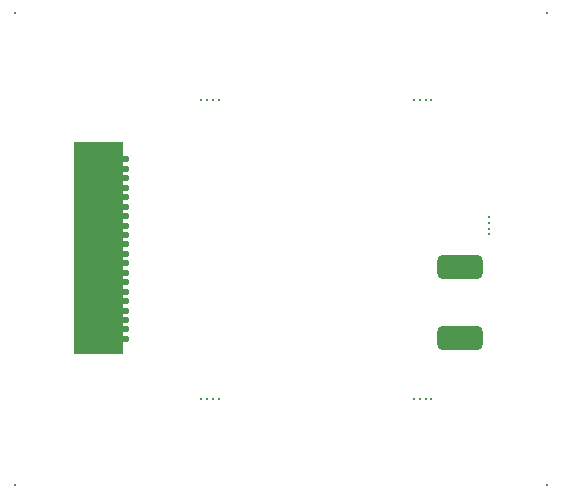
<source format=gbr>
%TF.GenerationSoftware,Altium Limited,Altium Designer,24.8.2 (39)*%
G04 Layer_Color=16711935*
%FSLAX45Y45*%
%MOMM*%
%TF.SameCoordinates,B03309B8-0E9A-45A2-8570-9956D1A1A338*%
%TF.FilePolarity,Negative*%
%TF.FileFunction,Soldermask,Bot*%
%TF.Part,CustomerPanel*%
G01*
G75*
%TA.AperFunction,ConnectorPad*%
G04:AMPARAMS|DCode=57|XSize=2.1mm|YSize=3.9mm|CornerRadius=0.55mm|HoleSize=0mm|Usage=FLASHONLY|Rotation=270.000|XOffset=0mm|YOffset=0mm|HoleType=Round|Shape=RoundedRectangle|*
%AMROUNDEDRECTD57*
21,1,2.10000,2.80000,0,0,270.0*
21,1,1.00000,3.90000,0,0,270.0*
1,1,1.10000,-1.40000,-0.50000*
1,1,1.10000,-1.40000,0.50000*
1,1,1.10000,1.40000,0.50000*
1,1,1.10000,1.40000,-0.50000*
%
%ADD57ROUNDEDRECTD57*%
%TA.AperFunction,SMDPad,CuDef*%
G04:AMPARAMS|DCode=58|XSize=3.28mm|YSize=0.58mm|CornerRadius=0.165mm|HoleSize=0mm|Usage=FLASHONLY|Rotation=0.000|XOffset=0mm|YOffset=0mm|HoleType=Round|Shape=RoundedRectangle|*
%AMROUNDEDRECTD58*
21,1,3.28000,0.25000,0,0,0.0*
21,1,2.95000,0.58000,0,0,0.0*
1,1,0.33000,1.47500,-0.12500*
1,1,0.33000,-1.47500,-0.12500*
1,1,0.33000,-1.47500,0.12500*
1,1,0.33000,1.47500,0.12500*
%
%ADD58ROUNDEDRECTD58*%
%TA.AperFunction,WasherPad*%
G04:AMPARAMS|DCode=59|XSize=0.2032mm|YSize=0.2032mm|CornerRadius=0mm|HoleSize=0mm|Usage=FLASHONLY|Rotation=180.000|XOffset=0mm|YOffset=0mm|HoleType=Round|Shape=RoundedRectangle|*
%AMROUNDEDRECTD59*
21,1,0.20320,0.20320,0,0,180.0*
21,1,0.20320,0.20320,0,0,180.0*
1,1,0.00000,-0.10160,0.10160*
1,1,0.00000,0.10160,0.10160*
1,1,0.00000,0.10160,-0.10160*
1,1,0.00000,-0.10160,-0.10160*
%
%ADD59ROUNDEDRECTD59*%
G04:AMPARAMS|DCode=60|XSize=0.2032mm|YSize=0.2032mm|CornerRadius=0mm|HoleSize=0mm|Usage=FLASHONLY|Rotation=270.000|XOffset=0mm|YOffset=0mm|HoleType=Round|Shape=RoundedRectangle|*
%AMROUNDEDRECTD60*
21,1,0.20320,0.20320,0,0,270.0*
21,1,0.20320,0.20320,0,0,270.0*
1,1,0.00000,-0.10160,-0.10160*
1,1,0.00000,-0.10160,0.10160*
1,1,0.00000,0.10160,0.10160*
1,1,0.00000,0.10160,-0.10160*
%
%ADD60ROUNDEDRECTD60*%
G36*
X1409998Y1609996D02*
X999999D01*
Y3409996D01*
X1409998D01*
Y1609996D01*
D02*
G37*
D57*
X4264997Y2349994D02*
D03*
Y1749995D02*
D03*
D58*
X1299998Y3259994D02*
D03*
Y3019994D02*
D03*
Y3099994D02*
D03*
Y3179994D02*
D03*
Y2859995D02*
D03*
Y2939995D02*
D03*
Y2779995D02*
D03*
Y2699995D02*
D03*
Y2619995D02*
D03*
Y2539995D02*
D03*
Y2459996D02*
D03*
Y2379996D02*
D03*
Y2299996D02*
D03*
Y2219996D02*
D03*
Y2139996D02*
D03*
Y2059996D02*
D03*
Y1979997D02*
D03*
Y1899997D02*
D03*
Y1819997D02*
D03*
Y1739997D02*
D03*
D59*
X5000000Y500000D02*
D03*
Y4500000D02*
D03*
X500000D02*
D03*
Y500000D02*
D03*
X2075000Y1235000D02*
D03*
X2225000D02*
D03*
X2175000D02*
D03*
X2125000D02*
D03*
X3875000D02*
D03*
X4025000D02*
D03*
X3975000D02*
D03*
X3925000D02*
D03*
X4025000Y3765000D02*
D03*
X3875000D02*
D03*
X3925000D02*
D03*
X3975000D02*
D03*
X2175000D02*
D03*
X2125000D02*
D03*
X2075000D02*
D03*
X2225000D02*
D03*
D60*
X4515000Y2625000D02*
D03*
Y2775000D02*
D03*
Y2725000D02*
D03*
Y2675000D02*
D03*
%TF.MD5,aec8357bf4c4af852363261cf8fe2616*%
M02*

</source>
